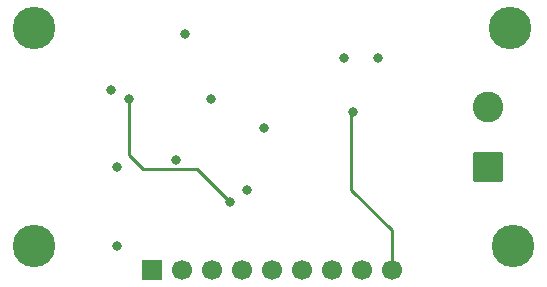
<source format=gbr>
%TF.GenerationSoftware,KiCad,Pcbnew,9.0.3*%
%TF.CreationDate,2025-12-07T20:25:51-06:00*%
%TF.ProjectId,VoltmeterFrontEnd_b,566f6c74-6d65-4746-9572-46726f6e7445,rev?*%
%TF.SameCoordinates,Original*%
%TF.FileFunction,Copper,L2,Inr*%
%TF.FilePolarity,Positive*%
%FSLAX46Y46*%
G04 Gerber Fmt 4.6, Leading zero omitted, Abs format (unit mm)*
G04 Created by KiCad (PCBNEW 9.0.3) date 2025-12-07 20:25:51*
%MOMM*%
%LPD*%
G01*
G04 APERTURE LIST*
G04 Aperture macros list*
%AMRoundRect*
0 Rectangle with rounded corners*
0 $1 Rounding radius*
0 $2 $3 $4 $5 $6 $7 $8 $9 X,Y pos of 4 corners*
0 Add a 4 corners polygon primitive as box body*
4,1,4,$2,$3,$4,$5,$6,$7,$8,$9,$2,$3,0*
0 Add four circle primitives for the rounded corners*
1,1,$1+$1,$2,$3*
1,1,$1+$1,$4,$5*
1,1,$1+$1,$6,$7*
1,1,$1+$1,$8,$9*
0 Add four rect primitives between the rounded corners*
20,1,$1+$1,$2,$3,$4,$5,0*
20,1,$1+$1,$4,$5,$6,$7,0*
20,1,$1+$1,$6,$7,$8,$9,0*
20,1,$1+$1,$8,$9,$2,$3,0*%
G04 Aperture macros list end*
%TA.AperFunction,ComponentPad*%
%ADD10C,1.700000*%
%TD*%
%TA.AperFunction,ComponentPad*%
%ADD11R,1.700000X1.700000*%
%TD*%
%TA.AperFunction,ComponentPad*%
%ADD12C,3.600000*%
%TD*%
%TA.AperFunction,ComponentPad*%
%ADD13RoundRect,0.250000X1.050000X-1.050000X1.050000X1.050000X-1.050000X1.050000X-1.050000X-1.050000X0*%
%TD*%
%TA.AperFunction,ComponentPad*%
%ADD14C,2.600000*%
%TD*%
%TA.AperFunction,ViaPad*%
%ADD15C,0.800000*%
%TD*%
%TA.AperFunction,Conductor*%
%ADD16C,0.250000*%
%TD*%
G04 APERTURE END LIST*
D10*
%TO.N,/ADC-1*%
%TO.C,J1*%
X124250000Y-86000000D03*
%TO.N,/V Ref to ADS-0*%
X121710000Y-86000000D03*
%TO.N,unconnected-(J1-Pin_7-Pad7)*%
X119170000Y-86000000D03*
%TO.N,unconnected-(J1-Pin_6-Pad6)*%
X116630000Y-86000000D03*
%TO.N,unconnected-(J1-Pin_5-Pad5)*%
X114090000Y-86000000D03*
%TO.N,MOSFET_Ctrl*%
X111550000Y-86000000D03*
%TO.N,GND*%
X109010000Y-86000000D03*
%TO.N,VDD*%
X106470000Y-86000000D03*
D11*
%TO.N,+9V*%
X103930000Y-86000000D03*
%TD*%
D12*
%TO.N,N/C*%
%TO.C,H3*%
X134500000Y-84000000D03*
%TD*%
%TO.N,N/C*%
%TO.C,H4*%
X94000000Y-84000000D03*
%TD*%
D13*
%TO.N,V_Input_REF*%
%TO.C,J15*%
X132417500Y-77297000D03*
D14*
%TO.N,V_Input_Float*%
X132417500Y-72217000D03*
%TD*%
D12*
%TO.N,N/C*%
%TO.C,H2*%
X134250000Y-65500000D03*
%TD*%
%TO.N,N/C*%
%TO.C,H1*%
X94000000Y-65500000D03*
%TD*%
D15*
%TO.N,VDD*%
X100500000Y-70750000D03*
X101000000Y-84000000D03*
%TO.N,GND*%
X101000000Y-77250000D03*
%TO.N,VDD*%
X120250000Y-68000000D03*
X112000000Y-79250000D03*
X106000000Y-76698843D03*
%TO.N,GND*%
X123086000Y-68000000D03*
X106750000Y-66000000D03*
X109000000Y-71500000D03*
X113481500Y-74002000D03*
%TO.N,/ADC-1*%
X120961000Y-72627000D03*
%TO.N,MOSFET_Ctrl*%
X102000000Y-71500000D03*
X110571000Y-80252000D03*
%TD*%
D16*
%TO.N,MOSFET_Ctrl*%
X109650328Y-79331328D02*
X110571000Y-80252000D01*
X109650328Y-79326000D02*
X109650328Y-79331328D01*
X107748171Y-77423843D02*
X109650328Y-79326000D01*
X102000000Y-76246000D02*
X103177843Y-77423843D01*
X102000000Y-71500000D02*
X102000000Y-76246000D01*
X103177843Y-77423843D02*
X107748171Y-77423843D01*
%TO.N,/ADC-1*%
X124250000Y-82626000D02*
X124250000Y-86000000D01*
X120836000Y-79212000D02*
X124250000Y-82626000D01*
X120836000Y-72752000D02*
X120836000Y-79212000D01*
X120961000Y-72627000D02*
X120836000Y-72752000D01*
%TD*%
M02*

</source>
